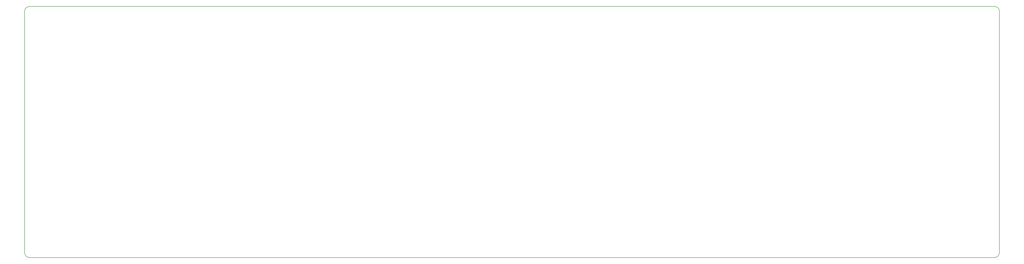
<source format=gbr>
G04 #@! TF.GenerationSoftware,KiCad,Pcbnew,(5.0.0)*
G04 #@! TF.CreationDate,2018-09-24T14:53:38-06:00*
G04 #@! TF.ProjectId,SouthPole,536F757468506F6C652E6B696361645F,rev?*
G04 #@! TF.SameCoordinates,Original*
G04 #@! TF.FileFunction,Profile,NP*
%FSLAX46Y46*%
G04 Gerber Fmt 4.6, Leading zero omitted, Abs format (unit mm)*
G04 Created by KiCad (PCBNEW (5.0.0)) date 09/24/18 14:53:38*
%MOMM*%
%LPD*%
G01*
G04 APERTURE LIST*
%ADD10C,0.150000*%
G04 APERTURE END LIST*
D10*
X424000000Y-159000000D02*
X422000000Y-159000000D01*
X426000000Y-157000000D02*
G75*
G02X424000000Y-159000000I-2000000J0D01*
G01*
X426000000Y-58000000D02*
X426000000Y-157000000D01*
X29000000Y-56000000D02*
X424000000Y-56000000D01*
X424000000Y-56000000D02*
G75*
G02X426000000Y-58000000I0J-2000000D01*
G01*
X27000000Y-58000000D02*
X27000000Y-59000000D01*
X27000000Y-58000000D02*
G75*
G02X29000000Y-56000000I2000000J0D01*
G01*
X29000000Y-159000000D02*
X422000000Y-159000000D01*
X29000000Y-159000000D02*
G75*
G02X27000000Y-157000000I0J2000000D01*
G01*
X27000000Y-155000000D02*
X27000000Y-157000000D01*
X27000000Y-155000000D02*
X27000000Y-59000000D01*
M02*

</source>
